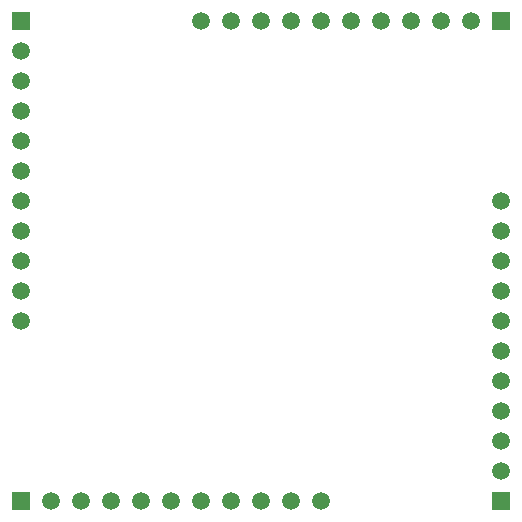
<source format=gbl>
%FSLAX25Y25*%
%MOIN*%
G70*
G01*
G75*
G04 Layer_Physical_Order=2*
G04 Layer_Color=16711680*
%ADD10O,0.05512X0.01969*%
%ADD11C,0.00800*%
%ADD12C,0.05906*%
%ADD13R,0.05906X0.05906*%
%ADD14R,0.05906X0.05906*%
D12*
X80000Y180000D02*
D03*
X90000D02*
D03*
X100000D02*
D03*
X110000D02*
D03*
X120000D02*
D03*
X130000D02*
D03*
X140000D02*
D03*
X150000D02*
D03*
X160000D02*
D03*
X170000D02*
D03*
X120000Y20000D02*
D03*
X110000D02*
D03*
X100000D02*
D03*
X90000D02*
D03*
X80000D02*
D03*
X70000D02*
D03*
X60000D02*
D03*
X50000D02*
D03*
X40000D02*
D03*
X30000D02*
D03*
X20000Y80000D02*
D03*
Y90000D02*
D03*
Y100000D02*
D03*
Y110000D02*
D03*
Y120000D02*
D03*
Y130000D02*
D03*
Y140000D02*
D03*
Y150000D02*
D03*
Y160000D02*
D03*
Y170000D02*
D03*
X180000Y120000D02*
D03*
Y110000D02*
D03*
Y100000D02*
D03*
Y90000D02*
D03*
Y80000D02*
D03*
Y70000D02*
D03*
Y60000D02*
D03*
Y50000D02*
D03*
Y40000D02*
D03*
Y30000D02*
D03*
D13*
Y180000D02*
D03*
X20000Y20000D02*
D03*
D14*
Y180000D02*
D03*
X180000Y20000D02*
D03*
M02*

</source>
